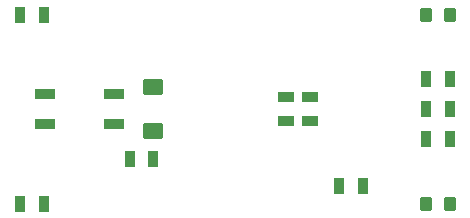
<source format=gtp>
G04*
G04 #@! TF.GenerationSoftware,Altium Limited,Altium Designer,21.2.1 (34)*
G04*
G04 Layer_Color=8421504*
%FSTAX24Y24*%
%MOIN*%
G70*
G04*
G04 #@! TF.SameCoordinates,4D214268-C68C-41DA-8F6C-8B02532A8417*
G04*
G04*
G04 #@! TF.FilePolarity,Positive*
G04*
G01*
G75*
G04:AMPARAMS|DCode=17|XSize=55.1mil|YSize=35.4mil|CornerRadius=3.5mil|HoleSize=0mil|Usage=FLASHONLY|Rotation=90.000|XOffset=0mil|YOffset=0mil|HoleType=Round|Shape=RoundedRectangle|*
%AMROUNDEDRECTD17*
21,1,0.0551,0.0283,0,0,90.0*
21,1,0.0480,0.0354,0,0,90.0*
1,1,0.0071,0.0142,0.0240*
1,1,0.0071,0.0142,-0.0240*
1,1,0.0071,-0.0142,-0.0240*
1,1,0.0071,-0.0142,0.0240*
%
%ADD17ROUNDEDRECTD17*%
%ADD18R,0.0709X0.0335*%
G04:AMPARAMS|DCode=19|XSize=63.8mil|YSize=53.9mil|CornerRadius=5.4mil|HoleSize=0mil|Usage=FLASHONLY|Rotation=0.000|XOffset=0mil|YOffset=0mil|HoleType=Round|Shape=RoundedRectangle|*
%AMROUNDEDRECTD19*
21,1,0.0638,0.0432,0,0,0.0*
21,1,0.0530,0.0539,0,0,0.0*
1,1,0.0108,0.0265,-0.0216*
1,1,0.0108,-0.0265,-0.0216*
1,1,0.0108,-0.0265,0.0216*
1,1,0.0108,0.0265,0.0216*
%
%ADD19ROUNDEDRECTD19*%
G04:AMPARAMS|DCode=20|XSize=55.1mil|YSize=35.4mil|CornerRadius=3.5mil|HoleSize=0mil|Usage=FLASHONLY|Rotation=180.000|XOffset=0mil|YOffset=0mil|HoleType=Round|Shape=RoundedRectangle|*
%AMROUNDEDRECTD20*
21,1,0.0551,0.0283,0,0,180.0*
21,1,0.0480,0.0354,0,0,180.0*
1,1,0.0071,-0.0240,0.0142*
1,1,0.0071,0.0240,0.0142*
1,1,0.0071,0.0240,-0.0142*
1,1,0.0071,-0.0240,-0.0142*
%
%ADD20ROUNDEDRECTD20*%
G04:AMPARAMS|DCode=21|XSize=43.3mil|YSize=47.2mil|CornerRadius=10.8mil|HoleSize=0mil|Usage=FLASHONLY|Rotation=180.000|XOffset=0mil|YOffset=0mil|HoleType=Round|Shape=RoundedRectangle|*
%AMROUNDEDRECTD21*
21,1,0.0433,0.0256,0,0,180.0*
21,1,0.0217,0.0472,0,0,180.0*
1,1,0.0217,-0.0108,0.0128*
1,1,0.0217,0.0108,0.0128*
1,1,0.0217,0.0108,-0.0128*
1,1,0.0217,-0.0108,-0.0128*
%
%ADD21ROUNDEDRECTD21*%
D17*
X036122Y037697D02*
D03*
X036909D02*
D03*
X033268Y03622D02*
D03*
X03248D02*
D03*
X04311Y036811D02*
D03*
X043898D02*
D03*
X04679Y03937D02*
D03*
X046003D02*
D03*
X03248Y04252D02*
D03*
X033268D02*
D03*
X046003Y04037D02*
D03*
X04679D02*
D03*
X046003Y03837D02*
D03*
X04679D02*
D03*
D18*
X033297Y03887D02*
D03*
Y03987D02*
D03*
X0356D02*
D03*
Y038858D02*
D03*
D19*
X036909Y03864D02*
D03*
Y0401D02*
D03*
D20*
X042126Y039764D02*
D03*
Y038976D02*
D03*
X041339D02*
D03*
Y039764D02*
D03*
D21*
X045983Y03622D02*
D03*
X04681D02*
D03*
Y04252D02*
D03*
X045983D02*
D03*
M02*

</source>
